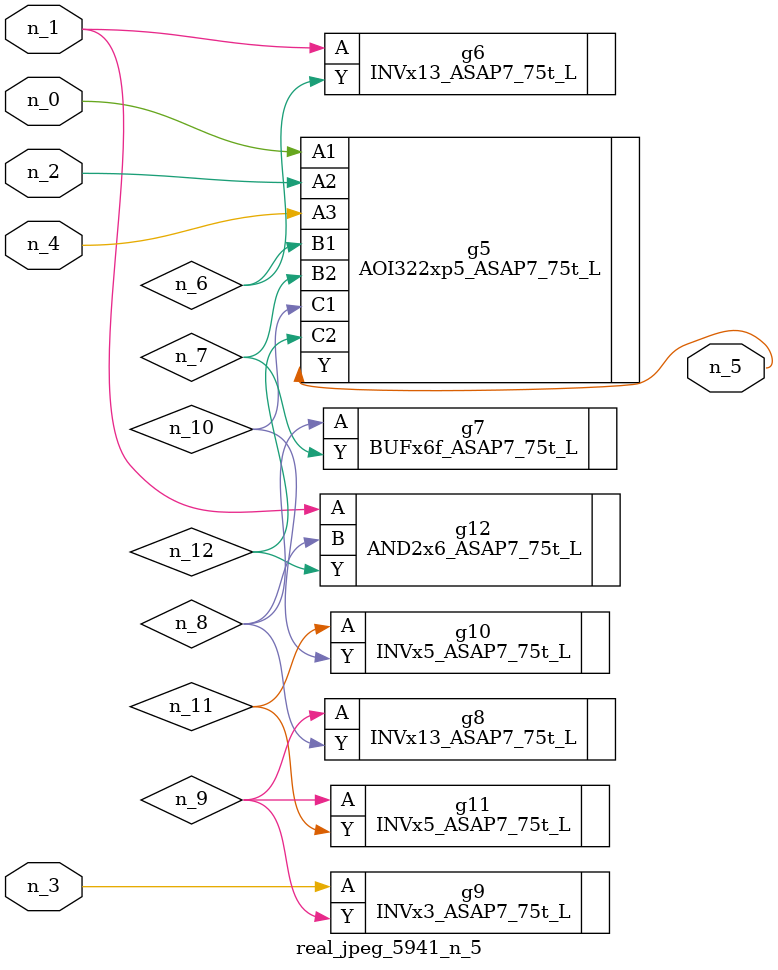
<source format=v>
module real_jpeg_5941_n_5 (n_4, n_0, n_1, n_2, n_3, n_5);

input n_4;
input n_0;
input n_1;
input n_2;
input n_3;

output n_5;

wire n_12;
wire n_8;
wire n_11;
wire n_6;
wire n_7;
wire n_10;
wire n_9;

AOI322xp5_ASAP7_75t_L g5 ( 
.A1(n_0),
.A2(n_2),
.A3(n_4),
.B1(n_6),
.B2(n_7),
.C1(n_10),
.C2(n_12),
.Y(n_5)
);

INVx13_ASAP7_75t_L g6 ( 
.A(n_1),
.Y(n_6)
);

AND2x6_ASAP7_75t_L g12 ( 
.A(n_1),
.B(n_8),
.Y(n_12)
);

INVx3_ASAP7_75t_L g9 ( 
.A(n_3),
.Y(n_9)
);

BUFx6f_ASAP7_75t_L g7 ( 
.A(n_8),
.Y(n_7)
);

INVx13_ASAP7_75t_L g8 ( 
.A(n_9),
.Y(n_8)
);

INVx5_ASAP7_75t_L g11 ( 
.A(n_9),
.Y(n_11)
);

INVx5_ASAP7_75t_L g10 ( 
.A(n_11),
.Y(n_10)
);


endmodule
</source>
